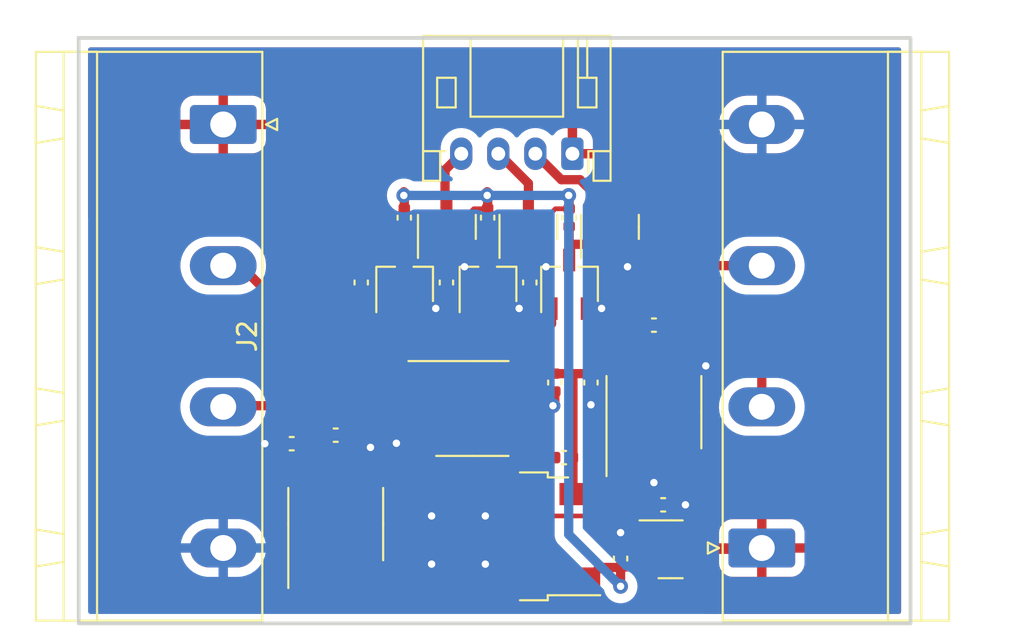
<source format=kicad_pcb>
(kicad_pcb (version 20211014) (generator pcbnew)
  (layers (0 "F.Cu" signal) (31 "B.Cu" signal) (34 "B.Paste" user) (35 "F.Paste" user) (36 "B.SilkS" user "B.Silkscreen") (37 "F.SilkS" user "F.Silkscreen") (38 "B.Mask" user) (39 "F.Mask" user) (44 "Edge.Cuts" user))
  (net 0 "")
  (net 1 "VCCQ")
  (net 2 "GND")
  (net 3 "+5V")
  (net 4 "VCC")
  (net 5 "RB")
  (net 6 "RA")
  (net 7 "TA")
  (net 8 "TB")
  (net 9 "R_OUT")
  (net 10 "G_OUT")
  (net 11 "B_OUT")
  (net 12 "Net-(Q1-Pad1)")
  (net 13 "Net-(Q2-Pad3)")
  (net 14 "Net-(Q3-Pad3)")
  (net 15 "Net-(Q6-Pad3)")
  (net 16 "R")
  (net 17 "B")
  (net 18 "G")
  (net 19 "RO")
  (net 21 "DI")
  (footprint "Capacitor_SMD:C_0402_1005Metric" (layer "F.Cu") (at 142.1 96.4 -90)
    (fp_text reference "R8" hide)
    (fp_text value "1k")
    (fp_line (start -0.107836 0.36) (end 0.107836 0.36) (layer "F.SilkS") (width 0.12))
    (fp_line (start -0.107836 -0.36) (end 0.107836 -0.36) (layer "F.SilkS") (width 0.12))
    (pad "1" smd roundrect (at -0.48 0 270) (size 0.56 0.62) (layers "F.Cu" "F.Paste" "F.Mask") (net 1 "VCCQ"))
    (pad "2" smd roundrect (at 0.48 0 270) (size 0.56 0.62) (layers "F.Cu" "F.Paste" "F.Mask") (net 18 "G"))
  )
  (footprint "Capacitor_SMD:C_0402_1005Metric" (layer "F.Cu") (at 153.8 108.4)
    (fp_text reference "R2" hide)
    (fp_text value "100k")
    (fp_line (start -0.107836 -0.36) (end 0.107836 -0.36) (layer "F.SilkS") (width 0.12))
    (fp_line (start -0.107836 0.36) (end 0.107836 0.36) (layer "F.SilkS") (width 0.12))
    (pad "1" smd roundrect (at -0.48 0) (size 0.56 0.62) (layers "F.Cu" "F.Paste" "F.Mask") (net 12 "Net-(Q1-Pad1)"))
    (pad "2" smd roundrect (at 0.48 0) (size 0.56 0.62) (layers "F.Cu" "F.Paste" "F.Mask") (net 2 "GND"))
  )
  (footprint "Capacitor_SMD:C_0402_1005Metric" (layer "F.Cu") (at 133.75 105.1 180)
    (fp_text reference "C5" hide)
    (fp_text value "100n")
    (fp_line (start -0.107836 -0.36) (end 0.107836 -0.36) (layer "F.SilkS") (width 0.12))
    (fp_line (start -0.107836 0.36) (end 0.107836 0.36) (layer "F.SilkS") (width 0.12))
    (pad "1" smd roundrect (at -0.48 0 180) (size 0.56 0.62) (layers "F.Cu" "F.Paste" "F.Mask") (net 3 "+5V"))
    (pad "2" smd roundrect (at 0.48 0 180) (size 0.56 0.62) (layers "F.Cu" "F.Paste" "F.Mask") (net 2 "GND"))
  )
  (footprint "Capacitor_SMD:C_0402_1005Metric" (layer "F.Cu") (at 144.325 92.9 -90)
    (fp_text reference "R9" hide)
    (fp_text value "1k")
    (fp_line (start -0.107836 0.36) (end 0.107836 0.36) (layer "F.SilkS") (width 0.12))
    (fp_line (start -0.107836 -0.36) (end 0.107836 -0.36) (layer "F.SilkS") (width 0.12))
    (pad "1" smd roundrect (at -0.48 0 270) (size 0.56 0.62) (layers "F.Cu" "F.Paste" "F.Mask") (net 1 "VCCQ"))
    (pad "2" smd roundrect (at 0.48 0 270) (size 0.56 0.62) (layers "F.Cu" "F.Paste" "F.Mask") (net 15 "Net-(Q6-Pad3)"))
  )
  (footprint "Package_TO_SOT_SMD:TSOT-23" (layer "F.Cu") (at 148.725 96.5 90)
    (fp_text reference "Q2" hide)
    (fp_text value "Q_NPN_BEC")
    (fp_line (start 0.95 -1.5) (end 0.95 -0.5) (layer "F.SilkS") (width 0.12))
    (fp_line (start 0.95 1.55) (end -0.9 1.55) (layer "F.SilkS") (width 0.12))
    (fp_line (start 0.95 0.5) (end 0.95 1.55) (layer "F.SilkS") (width 0.12))
    (fp_line (start 0.93 -1.51) (end -1.5 -1.51) (layer "F.SilkS") (width 0.12))
    (pad "1" smd rect (at -1.31 -0.95 90) (size 1.22 0.65) (layers "F.Cu" "F.Paste" "F.Mask") (net 16 "R"))
    (pad "2" smd rect (at -1.31 0.95 90) (size 1.22 0.65) (layers "F.Cu" "F.Paste" "F.Mask") (net 2 "GND"))
    (pad "3" smd rect (at 1.31 0 90) (size 1.22 0.65) (layers "F.Cu" "F.Paste" "F.Mask") (net 13 "Net-(Q2-Pad3)"))
  )
  (footprint "Capacitor_SMD:C_0402_1005Metric" (layer "F.Cu") (at 147.95 101.8 -90)
    (fp_text reference "C4" hide)
    (fp_text value "100n")
    (fp_line (start -0.107836 -0.36) (end 0.107836 -0.36) (layer "F.SilkS") (width 0.12))
    (fp_line (start -0.107836 0.36) (end 0.107836 0.36) (layer "F.SilkS") (width 0.12))
    (pad "1" smd roundrect (at -0.48 0 270) (size 0.56 0.62) (layers "F.Cu" "F.Paste" "F.Mask") (net 3 "+5V"))
    (pad "2" smd roundrect (at 0.48 0 270) (size 0.56 0.62) (layers "F.Cu" "F.Paste" "F.Mask") (net 2 "GND"))
  )
  (footprint "Capacitor_SMD:C_0402_1005Metric" (layer "F.Cu") (at 148.45 105.85 180)
    (fp_text reference "C3" hide)
    (fp_text value "10u")
    (fp_line (start -0.107836 0.36) (end 0.107836 0.36) (layer "F.SilkS") (width 0.12))
    (fp_line (start -0.107836 -0.36) (end 0.107836 -0.36) (layer "F.SilkS") (width 0.12))
    (pad "1" smd roundrect (at -0.48 0 180) (size 0.56 0.62) (layers "F.Cu" "F.Paste" "F.Mask") (net 3 "+5V"))
    (pad "2" smd roundrect (at 0.48 0 180) (size 0.56 0.62) (layers "F.Cu" "F.Paste" "F.Mask") (net 2 "GND"))
  )
  (footprint "Connector_JST:JST_PH_S4B-PH-K_1x04_P2.00mm_Horizontal" (layer "F.Cu") (at 148.9 89.45 180)
    (fp_text reference "J3" hide)
    (fp_text value "Conn_01x04_Female")
    (fp_line (start 7.14 0.14) (end 6.86 0.14) (layer "F.SilkS") (width 0.12))
    (fp_line (start -0.86 0.14) (end -1.14 0.14) (layer "F.SilkS") (width 0.12))
    (fp_line (start -0.86 0.14) (end -0.86 -1.075) (layer "F.SilkS") (width 0.12))
    (fp_line (start 7.3 2.5) (end 7.3 4.1) (layer "F.SilkS") (width 0.12))
    (fp_line (start -0.3 4.1) (end -0.3 2.5) (layer "F.SilkS") (width 0.12))
    (fp_line (start 7.14 -1.46) (end 7.14 0.14) (layer "F.SilkS") (width 0.12))
    (fp_line (start -0.8 4.1) (end -0.8 6.36) (layer "F.SilkS") (width 0.12))
    (fp_line (start 0.5 6.36) (end 0.5 2) (layer "F.SilkS") (width 0.12))
    (fp_line (start -0.3 2.5) (end -1.3 2.5) (layer "F.SilkS") (width 0.12))
    (fp_line (start -1.3 2.5) (end -1.3 4.1) (layer "F.SilkS") (width 0.12))
    (fp_line (start -2.06 0.14) (end -1.14 0.14) (layer "F.SilkS") (width 0.12))
    (fp_line (start 0.5 2) (end 5.5 2) (layer "F.SilkS") (width 0.12))
    (fp_line (start 5.5 2) (end 5.5 6.36) (layer "F.SilkS") (width 0.12))
    (fp_line (start -0.3 4.1) (end -0.3 6.36) (layer "F.SilkS") (width 0.12))
    (fp_line (start 8.06 6.36) (end 8.06 -1.46) (layer "F.SilkS") (width 0.12))
    (fp_line (start -1.14 -1.46) (end -2.06 -1.46) (layer "F.SilkS") (width 0.12))
    (fp_line (start -1.14 0.14) (end -1.14 -1.46) (layer "F.SilkS") (width 0.12))
    (fp_line (start -2.06 -1.46) (end -2.06 6.36) (layer "F.SilkS") (width 0.12))
    (fp_line (start -1.3 4.1) (end -0.3 4.1) (layer "F.SilkS") (width 0.12))
    (fp_line (start 8.06 0.14) (end 7.14 0.14) (layer "F.SilkS") (width 0.12))
    (fp_line (start 7.3 4.1) (end 6.3 4.1) (layer "F.SilkS") (width 0.12))
    (fp_line (start 8.06 -1.46) (end 7.14 -1.46) (layer "F.SilkS") (width 0.12))
    (fp_line (start 6.3 4.1) (end 6.3 2.5) (layer "F.SilkS") (width 0.12))
    (fp_line (start 6.3 2.5) (end 7.3 2.5) (layer "F.SilkS") (width 0.12))
    (fp_line (start -2.06 6.36) (end 8.06 6.36) (layer "F.SilkS") (width 0.12))
    (pad "1" thru_hole roundrect (at 0 0 180) (size 1.2 1.75) (drill 0.75) (layers *.Cu *.Mask) (roundrect_rratio 0.2083333333) (net 4 "VCC"))
    (pad "2" thru_hole oval (at 2 0 180) (size 1.2 1.75) (drill 0.75) (layers *.Cu *.Mask) (net 9 "R_OUT"))
    (pad "3" thru_hole oval (at 4 0 180) (size 1.2 1.75) (drill 0.75) (layers *.Cu *.Mask) (net 10 "G_OUT"))
    (pad "4" thru_hole oval (at 6 0 180) (size 1.2 1.75) (drill 0.75) (layers *.Cu *.Mask) (net 11 "B_OUT"))
  )
  (footprint "Package_TO_SOT_SMD:SOT-23" (layer "F.Cu") (at 154.2 110.8)
    (fp_text reference "Q1" hide)
    (fp_text value "AO3401A")
    (fp_line (start 0 -1.56) (end -1.675 -1.56) (layer "F.SilkS") (width 0.12))
    (fp_line (start 0 -1.56) (end 0.65 -1.56) (layer "F.SilkS") (width 0.12))
    (fp_line (start 0 1.56) (end -0.65 1.56) (layer "F.SilkS") (width 0.12))
    (fp_line (start 0 1.56) (end 0.65 1.56) (layer "F.SilkS") (width 0.12))
    (pad "1" smd roundrect (at -0.9375 -0.95) (size 1.475 0.6) (layers "F.Cu" "F.Paste" "F.Mask") (net 12 "Net-(Q1-Pad1)"))
    (pad "2" smd roundrect (at -0.9375 0.95) (size 1.475 0.6) (layers "F.Cu" "F.Paste" "F.Mask") (net 1 "VCCQ"))
    (pad "3" smd roundrect (at 0.9375 0) (size 1.475 0.6) (layers "F.Cu" "F.Paste" "F.Mask") (net 4 "VCC"))
  )
  (footprint "Capacitor_SMD:C_0402_1005Metric" (layer "F.Cu") (at 146.6 96.4 -90)
    (fp_text reference "R3" hide)
    (fp_text value "1k")
    (fp_line (start -0.107836 0.36) (end 0.107836 0.36) (layer "F.SilkS") (width 0.12))
    (fp_line (start -0.107836 -0.36) (end 0.107836 -0.36) (layer "F.SilkS") (width 0.12))
    (pad "1" smd roundrect (at -0.48 0 270) (size 0.56 0.62) (layers "F.Cu" "F.Paste" "F.Mask") (net 1 "VCCQ"))
    (pad "2" smd roundrect (at 0.48 0 270) (size 0.56 0.62) (layers "F.Cu" "F.Paste" "F.Mask") (net 16 "R"))
  )
  (footprint "Package_TO_SOT_SMD:TSOT-23" (layer "F.Cu") (at 139.825 96.5 90)
    (fp_text reference "Q3" hide)
    (fp_text value "Q_NPN_BEC")
    (fp_line (start 0.93 -1.51) (end -1.5 -1.51) (layer "F.SilkS") (width 0.12))
    (fp_line (start 0.95 -1.5) (end 0.95 -0.5) (layer "F.SilkS") (width 0.12))
    (fp_line (start 0.95 0.5) (end 0.95 1.55) (layer "F.SilkS") (width 0.12))
    (fp_line (start 0.95 1.55) (end -0.9 1.55) (layer "F.SilkS") (width 0.12))
    (pad "1" smd rect (at -1.31 -0.95 90) (size 1.22 0.65) (layers "F.Cu" "F.Paste" "F.Mask") (net 17 "B"))
    (pad "2" smd rect (at -1.31 0.95 90) (size 1.22 0.65) (layers "F.Cu" "F.Paste" "F.Mask") (net 2 "GND"))
    (pad "3" smd rect (at 1.31 0 90) (size 1.22 0.65) (layers "F.Cu" "F.Paste" "F.Mask") (net 14 "Net-(Q3-Pad3)"))
  )
  (footprint "Package_SO:SOIC-8_3.9x4.9mm_P1.27mm" (layer "F.Cu") (at 143.5 103.2)
    (fp_text reference "U3" hide)
    (fp_text value "WS2811")
    (fp_line (start 0 -2.56) (end -3.45 -2.56) (layer "F.SilkS") (width 0.12))
    (fp_line (start 0 2.56) (end 1.95 2.56) (layer "F.SilkS") (width 0.12))
    (fp_line (start 0 2.56) (end -1.95 2.56) (layer "F.SilkS") (width 0.12))
    (fp_line (start 0 -2.56) (end 1.95 -2.56) (layer "F.SilkS") (width 0.12))
    (pad "1" smd roundrect (at -2.475 -1.905) (size 1.95 0.6) (layers "F.Cu" "F.Paste" "F.Mask") (net 16 "R"))
    (pad "2" smd roundrect (at -2.475 -0.635) (size 1.95 0.6) (layers "F.Cu" "F.Paste" "F.Mask") (net 18 "G"))
    (pad "3" smd roundrect (at -2.475 0.635) (size 1.95 0.6) (layers "F.Cu" "F.Paste" "F.Mask") (net 17 "B"))
    (pad "4" smd roundrect (at -2.475 1.905) (size 1.95 0.6) (layers "F.Cu" "F.Paste" "F.Mask") (net 2 "GND"))
    (pad "5" smd roundrect (at 2.475 1.905) (size 1.95 0.6) (layers "F.Cu" "F.Paste" "F.Mask") (net 21 "DI"))
    (pad "6" smd roundrect (at 2.475 0.635) (size 1.95 0.6) (layers "F.Cu" "F.Paste" "F.Mask") (net 19 "RO"))
    (pad "7" smd roundrect (at 2.475 -0.635) (size 1.95 0.6) (layers "F.Cu" "F.Paste" "F.Mask"))
    (pad "8" smd roundrect (at 2.475 -1.905) (size 1.95 0.6) (layers "F.Cu" "F.Paste" "F.Mask") (net 3 "+5V"))
  )
  (footprint "Package_TO_SOT_SMD:TO-252-2" (layer "F.Cu") (at 145.1 110.1 180)
    (fp_text reference "U1" hide)
    (fp_text value "L7805")
    (fp_line (start -2.47 3.45) (end -2.47 3.18) (layer "F.SilkS") (width 0.12))
    (fp_line (start -2.47 3.18) (end -3.57 3.18) (layer "F.SilkS") (width 0.12))
    (fp_line (start -2.47 -3.18) (end -5.3 -3.18) (layer "F.SilkS") (width 0.12))
    (fp_line (start -2.47 -3.45) (end -2.47 -3.18) (layer "F.SilkS") (width 0.12))
    (fp_line (start -0.97 -3.45) (end -2.47 -3.45) (layer "F.SilkS") (width 0.12))
    (fp_line (start -0.97 3.45) (end -2.47 3.45) (layer "F.SilkS") (width 0.12))
    (pad "1" smd rect (at -4.2 -2.28 180) (size 2.2 1.2) (layers "F.Cu" "F.Paste" "F.Mask") (net 1 "VCCQ"))
    (pad "2" smd rect (at 2.1 0 180) (size 6.4 5.8) (layers "F.Cu" "F.Mask") (net 2 "GND"))
    (pad "3" smd rect (at -4.2 2.28 180) (size 2.2 1.2) (layers "F.Cu" "F.Paste" "F.Mask") (net 3 "+5V"))
  )
  (footprint "Capacitor_SMD:C_0402_1005Metric" (layer "F.Cu") (at 149.9 101.8 -90)
    (fp_text reference "C2" hide)
    (fp_text value "100n")
    (fp_line (start -0.107836 -0.36) (end 0.107836 -0.36) (layer "F.SilkS") (width 0.12))
    (fp_line (start -0.107836 0.36) (end 0.107836 0.36) (layer "F.SilkS") (width 0.12))
    (pad "1" smd roundrect (at -0.48 0 270) (size 0.56 0.62) (layers "F.Cu" "F.Paste" "F.Mask") (net 3 "+5V"))
    (pad "2" smd roundrect (at 0.48 0 270) (size 0.56 0.62) (layers "F.Cu" "F.Paste" "F.Mask") (net 2 "GND"))
  )
  (footprint "Package_SO:SOIC-8_3.9x4.9mm_P1.27mm" (layer "F.Cu") (at 136.125 109.44 90)
    (fp_text reference "U4" hide)
    (fp_text value "MAX485E")
    (fp_line (start 0 -2.56) (end 1.95 -2.56) (layer "F.SilkS") (width 0.12))
    (fp_line (start 0 2.56) (end 1.95 2.56) (layer "F.SilkS") (width 0.12))
    (fp_line (start 0 2.56) (end -1.95 2.56) (layer "F.SilkS") (width 0.12))
    (fp_line (start 0 -2.56) (end -3.45 -2.56) (layer "F.SilkS") (width 0.12))
    (pad "1" smd roundrect (at -2.475 -1.905 90) (size 1.95 0.6) (layers "F.Cu" "F.Paste" "F.Mask"))
    (pad "2" smd roundrect (at -2.475 -0.635 90) (size 1.95 0.6) (layers "F.Cu" "F.Paste" "F.Mask") (net 3 "+5V"))
    (pad "3" smd roundrect (at -2.475 0.635 90) (size 1.95 0.6) (layers "F.Cu" "F.Paste" "F.Mask") (net 3 "+5V"))
    (pad "4" smd roundrect (at -2.475 1.905 90) (size 1.95 0.6) (layers "F.Cu" "F.Paste" "F.Mask") (net 21 "DI"))
    (pad "5" smd roundrect (at 2.475 1.905 90) (size 1.95 0.6) (layers "F.Cu" "F.Paste" "F.Mask") (net 2 "GND"))
    (pad "6" smd roundrect (at 2.475 0.635 90) (size 1.95 0.6) (layers "F.Cu" "F.Paste" "F.Mask") (net 7 "TA"))
    (pad "7" smd roundrect (at 2.475 -0.635 90) (size 1.95 0.6) (layers "F.Cu" "F.Paste" "F.Mask") (net 8 "TB"))
    (pad "8" smd roundrect (at 2.475 -1.905 90) (size 1.95 0.6) (layers "F.Cu" "F.Paste" "F.Mask") (net 3 "+5V"))
  )
  (footprint "Package_TO_SOT_SMD:SOT-23" (layer "F.Cu") (at 146.525 93.4 90)
    (fp_text reference "Q7" hide)
    (fp_text value "AO3400A")
    (fp_line (start 0 1.56) (end 0.65 1.56) (layer "F.SilkS") (width 0.12))
    (fp_line (start 0 1.56) (end -0.65 1.56) (layer "F.SilkS") (width 0.12))
    (fp_line (start 0 -1.56) (end -1.675 -1.56) (layer "F.SilkS") (width 0.12))
    (fp_line (start 0 -1.56) (end 0.65 -1.56) (layer "F.SilkS") (width 0.12))
    (pad "1" smd roundrect (at -0.9375 -0.95 90) (size 1.475 0.6) (layers "F.Cu" "F.Paste" "F.Mask") (net 15 "Net-(Q6-Pad3)"))
    (pad "2" smd roundrect (at -0.9375 0.95 90) (size 1.475 0.6) (layers "F.Cu" "F.Paste" "F.Mask") (net 2 "GND"))
    (pad "3" smd roundrect (at 0.9375 0 90) (size 1.475 0.6) (layers "F.Cu" "F.Paste" "F.Mask") (net 10 "G_OUT"))
  )
  (footprint "Capacitor_SMD:C_0402_1005Metric" (layer "F.Cu") (at 151.5 111.3 90)
    (fp_text reference "C1" hide)
    (fp_text value "100n")
    (fp_line (start -0.107836 -0.36) (end 0.107836 -0.36) (layer "F.SilkS") (width 0.12))
    (fp_line (start -0.107836 0.36) (end 0.107836 0.36) (layer "F.SilkS") (width 0.12))
    (pad "1" smd roundrect (at -0.48 0 90) (size 0.56 0.62) (layers "F.Cu" "F.Paste" "F.Mask") (net 1 "VCCQ"))
    (pad "2" smd roundrect (at 0.48 0 90) (size 0.56 0.62) (layers "F.Cu" "F.Paste" "F.Mask") (net 2 "GND"))
  )
  (footprint "Capacitor_SMD:C_0402_1005Metric" (layer "F.Cu") (at 148.725 92.9 -90)
    (fp_text reference "R5" hide)
    (fp_text value "1k")
    (fp_line (start -0.107836 -0.36) (end 0.107836 -0.36) (layer "F.SilkS") (width 0.12))
    (fp_line (start -0.107836 0.36) (end 0.107836 0.36) (layer "F.SilkS") (width 0.12))
    (pad "1" smd roundrect (at -0.48 0 270) (size 0.56 0.62) (layers "F.Cu" "F.Paste" "F.Mask") (net 1 "VCCQ"))
    (pad "2" smd roundrect (at 0.48 0 270) (size 0.56 0.62) (layers "F.Cu" "F.Paste" "F.Mask") (net 13 "Net-(Q2-Pad3)"))
  )
  (footprint "Package_TO_SOT_SMD:TSOT-23" (layer "F.Cu") (at 144.325 96.5 90)
    (fp_text reference "Q6" hide)
    (fp_text value "Q_NPN_BEC")
    (fp_line (start 0.95 -1.5) (end 0.95 -0.5) (layer "F.SilkS") (width 0.12))
    (fp_line (start 0.95 1.55) (end -0.9 1.55) (layer "F.SilkS") (width 0.12))
    (fp_line (start 0.95 0.5) (end 0.95 1.55) (layer "F.SilkS") (width 0.12))
    (fp_line (start 0.93 -1.51) (end -1.5 -1.51) (layer "F.SilkS") (width 0.12))
    (pad "1" smd rect (at -1.31 -0.95 90) (size 1.22 0.65) (layers "F.Cu" "F.Paste" "F.Mask") (net 18 "G"))
    (pad "2" smd rect (at -1.31 0.95 90) (size 1.22 0.65) (layers "F.Cu" "F.Paste" "F.Mask") (net 2 "GND"))
    (pad "3" smd rect (at 1.31 0 90) (size 1.22 0.65) (layers "F.Cu" "F.Paste" "F.Mask") (net 15 "Net-(Q6-Pad3)"))
  )
  (footprint "Capacitor_SMD:C_0402_1005Metric" (layer "F.Cu") (at 153.3 98.7)
    (fp_text reference "R1" hide)
    (fp_text value "1k")
    (fp_line (start -0.107836 -0.36) (end 0.107836 -0.36) (layer "F.SilkS") (width 0.12))
    (fp_line (start -0.107836 0.36) (end 0.107836 0.36) (layer "F.SilkS") (width 0.12))
    (pad "1" smd roundrect (at -0.48 0) (size 0.56 0.62) (layers "F.Cu" "F.Paste" "F.Mask") (net 5 "RB"))
    (pad "2" smd roundrect (at 0.48 0) (size 0.56 0.62) (layers "F.Cu" "F.Paste" "F.Mask") (net 6 "RA"))
  )
  (footprint "Connector_Phoenix_GMSTB:PhoenixContact_GMSTBA_2,5_4-G-7,62_1x04_P7.62mm_Horizontal" (layer "F.Cu") (at 159.1225 110.73 90)
    (fp_text reference "J1" hide)
    (fp_text value "Conn_01x04_Female")
    (fp_line (start 26.78 8.61) (end -3.92 8.61) (layer "F.SilkS") (width 0.12))
    (fp_line (start 21.86 10.11) (end 23.86 10.11) (layer "F.SilkS") (width 0.12))
    (fp_line (start 8.37 8.61) (end 6.87 8.61) (layer "F.SilkS") (width 0.12))
    (fp_line (start 22.11 8.61) (end 21.86 10.11) (layer "F.SilkS") (width 0.12))
    (fp_line (start 23.61 8.61) (end 22.11 8.61) (layer "F.SilkS") (width 0.12))
    (fp_line (start -3.92 8.61) (end -3.92 6.81) (layer "F.SilkS") (width 0.12))
    (fp_line (start 8.62 10.11) (end 8.37 8.61) (layer "F.SilkS") (width 0.12))
    (fp_line (start -0.75 8.61) (end -1 10.11) (layer "F.SilkS") (width 0.12))
    (fp_line (start -0.3 -2.91) (end 0.3 -2.91) (layer "F.SilkS") (width 0.12))
    (fp_line (start 6.87 8.61) (end 6.62 10.11) (layer "F.SilkS") (width 0.12))
    (fp_line (start 23.86 10.11) (end 23.61 8.61) (layer "F.SilkS") (width 0.12))
    (fp_line (start 26.78 10.11) (end 26.78 -2.11) (layer "F.SilkS") (width 0.12))
    (fp_line (start 0 -2.31) (end -0.3 -2.91) (layer "F.SilkS") (width 0.12))
    (fp_line (start 6.62 10.11) (end 8.62 10.11) (layer "F.SilkS") (width 0.12))
    (fp_line (start 16.24 10.11) (end 15.99 8.61) (layer "F.SilkS") (width 0.12))
    (fp_line (start -3.92 -2.11) (end -3.92 10.11) (layer "F.SilkS") (width 0.12))
    (fp_line (start 0.3 -2.91) (end 0 -2.31) (layer "F.SilkS") (width 0.12))
    (fp_line (start 26.78 6.81) (end 26.78 8.61) (layer "F.SilkS") (width 0.12))
    (fp_line (start 1 10.11) (end 0.75 8.61) (layer "F.SilkS") (width 0.12))
    (fp_line (start 0.75 8.61) (end -0.75 8.61) (layer "F.SilkS") (width 0.12))
    (fp_line (start 14.24 10.11) (end 16.24 10.11) (layer "F.SilkS") (width 0.12))
    (fp_line (start -3.92 6.81) (end 26.78 6.81) (layer "F.SilkS") (width 0.12))
    (fp_line (start 26.78 -2.11) (end -3.92 -2.11) (layer "F.SilkS") (width 0.12))
    (fp_line (start 14.49 8.61) (end 14.24 10.11) (layer "F.SilkS") (width 0.12))
    (fp_line (start -1 10.11) (end 1 10.11) (layer "F.SilkS") (width 0.12))
    (fp_line (start 15.99 8.61) (end 14.49 8.61) (layer "F.SilkS") (width 0.12))
    (fp_line (start -3.92 10.11) (end 26.78 10.11) (layer "F.SilkS") (width 0.12))
    (pad "1" thru_hole roundrect (at 0 0 90) (size 2.1 3.6) (drill 1.4) (layers *.Cu *.Mask) (roundrect_rratio 0.1190480952) (net 4 "VCC"))
    (pad "2" thru_hole oval (at 7.62 0 90) (size 2.1 3.6) (drill 1.4) (layers *.Cu *.Mask) (net 6 "RA"))
    (pad "3" thru_hole oval (at 15.24 0 90) (size 2.1 3.6) (drill 1.4) (layers *.Cu *.Mask) (net 5 "RB"))
    (pad "4" thru_hole oval (at 22.86 0 90) (size 2.1 3.6) (drill 1.4) (layers *.Cu *.Mask) (net 2 "GND"))
  )
  (footprint "Capacitor_SMD:C_0402_1005Metric" (layer "F.Cu") (at 137.5 96.4 -90)
    (fp_text reference "R4" hide)
    (fp_text value "1k")
    (fp_line (start -0.107836 -0.36) (end 0.107836 -0.36) (layer "F.SilkS") (width 0.12))
    (fp_line (start -0.107836 0.36) (end 0.107836 0.36) (layer "F.SilkS") (width 0.12))
    (pad "1" smd roundrect (at -0.48 0 270) (size 0.56 0.62) (layers "F.Cu" "F.Paste" "F.Mask") (net 1 "VCCQ"))
    (pad "2" smd roundrect (at 0.48 0 270) (size 0.56 0.62) (layers "F.Cu" "F.Paste" "F.Mask") (net 17 "B"))
  )
  (footprint "Package_TO_SOT_SMD:SOT-23" (layer "F.Cu") (at 142.125 93.4 90)
    (fp_text reference "Q5" hide)
    (fp_text value "AO3400A")
    (fp_line (start 0 -1.56) (end 0.65 -1.56) (layer "F.SilkS") (width 0.12))
    (fp_line (start 0 1.56) (end -0.65 1.56) (layer "F.SilkS") (width 0.12))
    (fp_line (start 0 -1.56) (end -1.675 -1.56) (layer "F.SilkS") (width 0.12))
    (fp_line (start 0 1.56) (end 0.65 1.56) (layer "F.SilkS") (width 0.12))
    (pad "1" smd roundrect (at -0.9375 -0.95 90) (size 1.475 0.6) (layers "F.Cu" "F.Paste" "F.Mask") (net 14 "Net-(Q3-Pad3)"))
    (pad "2" smd roundrect (at -0.9375 0.95 90) (size 1.475 0.6) (layers "F.Cu" "F.Paste" "F.Mask") (net 2 "GND"))
    (pad "3" smd roundrect (at 0.9375 0 90) (size 1.475 0.6) (layers "F.Cu" "F.Paste" "F.Mask") (net 11 "B_OUT"))
  )
  (footprint "Connector_Phoenix_GMSTB:PhoenixContact_GMSTBA_2,5_4-G-7,62_1x04_P7.62mm_Horizontal" (layer "F.Cu") (at 130.0525 87.87 -90)
    (fp_text reference "J2" hide)
    (fp_text value "Conn_01x04_Female")
    (fp_text user "${REFERENCE}" (at 11.43 -1.3 90) (layer "F.SilkS"))
    (fp_line (start 6.87 8.61) (end 6.62 10.11) (layer "F.SilkS") (width 0.12))
    (fp_line (start 22.11 8.61) (end 21.86 10.11) (layer "F.SilkS") (width 0.12))
    (fp_line (start -3.92 6.81) (end 26.78 6.81) (layer "F.SilkS") (width 0.12))
    (fp_line (start 21.86 10.11) (end 23.86 10.11) (layer "F.SilkS") (width 0.12))
    (fp_line (start 0.3 -2.91) (end 0 -2.31) (layer "F.SilkS") (width 0.12))
    (fp_line (start -3.92 8.61) (end -3.92 6.81) (layer "F.SilkS") (width 0.12))
    (fp_line (start 1 10.11) (end 0.75 8.61) (layer "F.SilkS") (width 0.12))
    (fp_line (start 26.78 10.11) (end 26.78 -2.11) (layer "F.SilkS") (width 0.12))
    (fp_line (start 16.24 10.11) (end 15.99 8.61) (layer "F.SilkS") (width 0.12))
    (fp_line (start 14.24 10.11) (end 16.24 10.11) (layer "F.SilkS") (width 0.12))
    (fp_line (start -3.92 -2.11) (end -3.92 10.11) (layer "F.SilkS") (width 0.12))
    (fp_line (start 26.78 -2.11) (end -3.92 -2.11) (layer "F.SilkS") (width 0.12))
    (fp_line (start 26.78 8.61) (end -3.92 8.61) (layer "F.SilkS") (width 0.12))
    (fp_line (start -1 10.11) (end 1 10.11) (layer "F.SilkS") (width 0.12))
    (fp_line (start 14.49 8.61) (end 14.24 10.11) (layer "F.SilkS") (width 0.12))
    (fp_line (start 26.78 6.81) (end 26.78 8.61) (layer "F.SilkS") (width 0.12))
    (fp_line (start 0 -2.31) (end -0.3 -2.91) (layer "F.SilkS") (width 0.12))
    (fp_line (start 23.61 8.61) (end 22.11 8.61) (layer "F.SilkS") (width 0.12))
    (fp_line (start -3.92 10.11) (end 26.78 10.11) (layer "F.SilkS") (width 0.12))
    (fp_line (start 23.86 10.11) (end 23.61 8.61) (layer "F.SilkS") (width 0.12))
    (fp_line (start 15.99 8.61) (end 14.49 8.61) (layer "F.SilkS") (width 0.12))
    (fp_line (start 8.37 8.61) (end 6.87 8.61) (layer "F.SilkS") (width 0.12))
    (fp_line (start 6.62 10.11) (end 8.62 10.11) (layer "F.SilkS") (width 0.12))
    (fp_line (start 8.62 10.11) (end 8.37 8.61) (layer "F.SilkS") (width 0.12))
    (fp_line (start 0.75 8.61) (end -0.75 8.61) (layer "F.SilkS") (width 0.12))
    (fp_line (start -0.75 8.61) (end -1 10.11) (layer "F.SilkS") (width 0.12))
    (fp_line (start -0.3 -2.91) (end 0.3 -2.91) (layer "F.SilkS") (width 0.12))
    (pad "1" thru_hole roundrect (at 0 0 270) (size 2.1 3.6) (drill 1.4) (layers *.Cu *.Mask) (roundrect_rratio 0.1190480952) (net 4 "VCC"))
    (pad "2" thru_hole oval (at 7.62 0 270) (size 2.1 3.6) (drill 1.4) (layers *.Cu *.Mask) (net 7 "TA"))
    (pad "3" thru_hole oval (at 15.24 0 270) (size 2.1 3.6) (drill 1.4) (layers *.Cu *.Mask) (net 8 "TB"))
    (pad "4" thru_hole oval (at 22.86 0 270) (size 2.1 3.6) (drill 1.4) (layers *.Cu *.Mask) (net 2 "GND"))
  )
  (footprint "Capacitor_SMD:C_0402_1005Metric" (layer "F.Cu") (at 139.825 92.9 -90)
    (fp_text reference "R6" hide)
    (fp_text value "1k")
    (fp_line (start -0.107836 -0.36) (end 0.107836 -0.36) (layer "F.SilkS") (width 0.12))
    (fp_line (start -0.107836 0.36) (end 0.107836 0.36) (layer "F.SilkS") (width 0.12))
    (pad "1" smd roundrect (at -0.48 0 270) (size 0.56 0.62) (layers "F.Cu" "F.Paste" "F.Mask") (net 1 "VCCQ"))
    (pad "2" smd roundrect (at 0.48 0 270) (size 0.56 0.62) (layers "F.Cu" "F.Paste" "F.Mask") (net 14 "Net-(Q3-Pad3)"))
  )
  (footprint "Package_TO_SOT_SMD:SOT-23" (layer "F.Cu") (at 150.925 93.4 90)
    (fp_text reference "Q4" hide)
    (fp_text value "AO3400A")
    (fp_line (start 0 -1.56) (end -1.675 -1.56) (layer "F.SilkS") (width 0.12))
    (fp_line (start 0 1.56) (end -0.65 1.56) (layer "F.SilkS") (width 0.12))
    (fp_line (start 0 -1.56) (end 0.65 -1.56) (layer "F.SilkS") (width 0.12))
    (fp_line (start 0 1.56) (end 0.65 1.56) (layer "F.SilkS") (width 0.12))
    (pad "1" smd roundrect (at -0.9375 -0.95 90) (size 1.475 0.6) (layers "F.Cu" "F.Paste" "F.Mask") (net 13 "Net-(Q2-Pad3)"))
    (pad "2" smd roundrect (at -0.9375 0.95 90) (size 1.475 0.6) (layers "F.Cu" "F.Paste" "F.Mask") (net 2 "GND"))
    (pad "3" smd roundrect (at 0.9375 0 90) (size 1.475 0.6) (layers "F.Cu" "F.Paste" "F.Mask") (net 9 "R_OUT"))
  )
  (footprint "Capacitor_SMD:C_0402_1005Metric" (layer "F.Cu") (at 136.125 104.639999)
    (fp_text reference "R7" hide)
    (fp_text value "NC")
    (fp_line (start -0.107836 0.36) (end 0.107836 0.36) (layer "F.SilkS") (width 0.12))
    (fp_line (start -0.107836 -0.36) (end 0.107836 -0.36) (layer "F.SilkS") (width 0.12))
    (pad "1" smd roundrect (at -0.48 0) (size 0.56 0.62) (layers "F.Cu" "F.Paste" "F.Mask") (net 8 "TB"))
    (pad "2" smd roundrect (at 0.48 0) (size 0.56 0.62) (layers "F.Cu" "F.Paste" "F.Mask") (net 7 "TA"))
  )
  (footprint "Package_SO:SOIC-8_3.9x4.9mm_P1.27mm" (layer "F.Cu") (at 153.3 103.4 90)
    (fp_text reference "U2" hide)
    (fp_text value "MAX485E")
    (fp_line (start 0 2.56) (end -1.95 2.56) (layer "F.SilkS") (width 0.12))
    (fp_line (start 0 -2.56) (end 1.95 -2.56) (layer "F.SilkS") (width 0.12))
    (fp_line (start 0 -2.56) (end -3.45 -2.56) (layer "F.SilkS") (width 0.12))
    (fp_line (start 0 2.56) (end 1.95 2.56) (layer "F.SilkS") (width 0.12))
    (pad "1" smd roundrect (at -2.475 -1.905 90) (size 1.95 0.6) (layers "F.Cu" "F.Paste" "F.Mask") (net 19 "RO"))
    (pad "2" smd roundrect (at -2.475 -0.635 90) (size 1.95 0.6) (layers "F.Cu" "F.Paste" "F.Mask") (net 2 "GND"))
    (pad "3" smd roundrect (at -2.475 0.635 90) (size 1.95 0.6) (layers "F.Cu" "F.Paste" "F.Mask") (net 2 "GND"))
    (pad "4" smd roundrect (at -2.475 1.905 90) (size 1.95 0.6) (layers "F.Cu" "F.Paste" "F.Mask"))
    (pad "5" smd roundrect (at 2.475 1.905 90) (size 1.95 0.6) (layers "F.Cu" "F.Paste" "F.Mask") (net 2 "GND"))
    (pad "6" smd roundrect (at 2.475 0.635 90) (size 1.95 0.6) (layers "F.Cu" "F.Paste" "F.Mask") (net 6 "RA"))
    (pad "7" smd roundrect (at 2.475 -0.635 90) (size 1.95 0.6) (layers "F.Cu" "F.Paste" "F.Mask") (net 5 "RB"))
    (pad "8" smd roundrect (at 2.475 -1.905 90) (size 1.95 0.6) (layers "F.Cu" "F.Paste" "F.Mask") (net 3 "+5V"))
  )
  (gr_rect (start 122.25 83.2) (end 167.15 114.8) (layer "Edge.Cuts") (width 0.2) (fill none))
  (segment (start 143.581099 92.42) (end 144.325 92.42) (width 0.254) (layer "F.Cu") (net 1))
  (segment (start 146.6 93.8) (end 147.98 92.42) (width 0.254) (layer "F.Cu") (net 1))
  (segment (start 137.5 94.735242) (end 139.815242 92.42) (width 0.254) (layer "F.Cu") (net 1))
  (segment (start 144.325 92.42) (end 144.325 91.525) (width 0.5) (layer "F.Cu") (net 1))
  (segment (start 139.825 92.42) (end 139.825 91.525) (width 0.5) (layer "F.Cu") (net 1))
  (segment (start 139.815242 92.42) (end 139.825 92.42) (width 0.254) (layer "F.Cu") (net 1))
  (segment (start 139.825 91.525) (end 139.8 91.5) (width 0.5) (layer "F.Cu") (net 1))
  (segment (start 147.98 92.42) (end 148.725 92.42) (width 0.254) (layer "F.Cu") (net 1))
  (segment (start 142.1 95.92) (end 142.1 93.901099) (width 0.254) (layer "F.Cu") (net 1))
  (segment (start 144.325 91.525) (end 144.3 91.5) (width 0.5) (layer "F.Cu") (net 1))
  (segment (start 151.5 111.78) (end 151.5 112.8) (width 0.5) (layer "F.Cu") (net 1))
  (segment (start 148.725 91.725) (end 148.7 91.7) (width 0.5) (layer "F.Cu") (net 1))
  (segment (start 142.1 93.901099) (end 143.581099 92.42) (width 0.254) (layer "F.Cu") (net 1))
  (segment (start 148.725 92.42) (end 148.725 91.725) (width 0.5) (layer "F.Cu") (net 1))
  (segment (start 149.3 112.38) (end 149.78 112.38) (width 0.5) (layer "F.Cu") (net 1))
  (segment (start 153.2625 111.75) (end 151.53 111.75) (width 0.5) (layer "F.Cu") (net 1))
  (segment (start 146.6 95.92) (end 146.6 93.8) (width 0.254) (layer "F.Cu") (net 1))
  (segment (start 151.5 111.78) (end 150.38 111.78) (width 0.5) (layer "F.Cu") (net 1))
  (segment (start 137.5 95.92) (end 137.5 94.735242) (width 0.254) (layer "F.Cu") (net 1))
  (segment (start 149.78 112.38) (end 150.38 111.78) (width 0.5) (layer "F.Cu") (net 1))
  (segment (start 151.53 111.75) (end 151.5 111.78) (width 0.5) (layer "F.Cu") (net 1))
  (via (at 148.7 91.7) (size 0.8) (drill 0.4) (layers "F.Cu" "B.Cu") (net 1))
  (via (at 151.5 112.8) (size 0.8) (drill 0.4) (layers "F.Cu" "B.Cu") (net 1))
  (via (at 144.3 91.7) (size 0.8) (drill 0.4) (layers "F.Cu" "B.Cu") (net 1))
  (via (at 139.8 91.7) (size 0.8) (drill 0.4) (layers "F.Cu" "B.Cu") (net 1))
  (segment (start 151.5 112.8) (end 148.7 110) (width 0.5) (layer "B.Cu") (net 1))
  (segment (start 148.7 110) (end 148.7 91.7) (width 0.5) (layer "B.Cu") (net 1))
  (segment (start 139.8 91.7) (end 148.7 91.7) (width 0.5) (layer "B.Cu") (net 1))
  (segment (start 149.9 102.28) (end 149.9 103) (width 0.5) (layer "F.Cu") (net 2))
  (segment (start 141.515 97.81) (end 141.525 97.8) (width 0.5) (layer "F.Cu") (net 2))
  (segment (start 145.275 97.81) (end 146.015 97.81) (width 0.5) (layer "F.Cu") (net 2))
  (segment (start 154.28 108.4) (end 155 108.4) (width 0.254) (layer "F.Cu") (net 2))
  (segment (start 143.075 94.3375) (end 143.075 95.55) (width 0.5) (layer "F.Cu") (net 2))
  (segment (start 156.075 100.925) (end 156.1 100.9) (width 0.254) (layer "F.Cu") (net 2))
  (segment (start 150.465 97.81) (end 150.475 97.8) (width 0.5) (layer "F.Cu") (net 2))
  (segment (start 153.935 106.565) (end 153.935 105.875) (width 0.25) (layer "F.Cu") (net 2))
  (segment (start 146.015 97.81) (end 146.025 97.8) (width 0.5) (layer "F.Cu") (net 2))
  (segment (start 151.5 110.82) (end 151.5 109.9) (width 0.5) (layer "F.Cu") (net 2))
  (segment (start 151.925 95.6) (end 151.875 95.55) (width 0.5) (layer "F.Cu") (net 2))
  (segment (start 133.27 105.1) (end 132.3 105.1) (width 0.5) (layer "F.Cu") (net 2))
  (segment (start 140.995989 105.075989) (end 139.4 105.075989) (width 0.5) (layer "F.Cu") (net 2))
  (segment (start 147.95 102.28) (end 147.95 102.9505) (width 0.5) (layer "F.Cu") (net 2))
  (segment (start 149.675 97.81) (end 150.465 97.81) (width 0.5) (layer "F.Cu") (net 2))
  (segment (start 152.665 105.875) (end 152.665 106.565) (width 0.25) (layer "F.Cu") (net 2))
  (segment (start 152.665 106.565) (end 153.3 107.2) (width 0.25) (layer "F.Cu") (net 2))
  (segment (start 151.875 94.3375) (end 151.875 95.55) (width 0.5) (layer "F.Cu") (net 2))
  (segment (start 147.95 102.9505) (end 147.8505 103.05) (width 0.5) (layer "F.Cu") (net 2))
  (segment (start 155.205 100.925) (end 156.075 100.925) (width 0.254) (layer "F.Cu") (net 2))
  (segment (start 138.03 105.33) (end 138 105.3) (width 0.5) (layer "F.Cu") (net 2))
  (segment (start 141.025 105.105) (end 140.995989 105.075989) (width 0.5) (layer "F.Cu") (net 2))
  (segment (start 140.775 97.81) (end 141.515 97.81) (width 0.5) (layer "F.Cu") (net 2))
  (segment (start 153.3 107.2) (end 153.935 106.565) (width 0.25) (layer "F.Cu") (net 2))
  (segment (start 138.03 106.965) (end 138.03 105.33) (width 0.5) (layer "F.Cu") (net 2))
  (segment (start 147.475 94.3375) (end 147.475 95.55) (width 0.5) (layer "F.Cu") (net 2))
  (via (at 151.5 109.9) (size 0.8) (drill 0.4) (layers "F.Cu" "B.Cu") (net 2))
  (via (at 150.475 97.8) (size 0.8) (drill 0.4) (layers "F.Cu" "B.Cu") (net 2))
  (via (at 141.3 111.6) (size 0.8) (drill 0.4) (layers "F.Cu" "B.Cu") (net 2))
  (via (at 149.9 103) (size 0.8) (drill 0.4) (layers "F.Cu" "B.Cu") (net 2))
  (via (at 144.2 109) (size 0.8) (drill 0.4) (layers "F.Cu" "B.Cu") (net 2))
  (via (at 138 105.3) (size 0.8) (drill 0.4) (layers "F.Cu" "B.Cu") (net 2))
  (via (at 156.1 100.9) (size 0.8) (drill 0.4) (layers "F.Cu" "B.Cu") (net 2))
  (via (at 147.8505 103.05) (size 0.8) (drill 0.4) (layers "F.Cu" "B.Cu") (net 2))
  (via (at 151.875 95.55) (size 0.8) (drill 0.4) (layers "F.Cu" "B.Cu") (net 2))
  (via (at 147.475 95.55) (size 0.8) (drill 0.4) (layers "F.Cu" "B.Cu") (net 2))
  (via (at 143.075 95.55) (size 0.8) (drill 0.4) (layers "F.Cu" "B.Cu") (net 2))
  (via (at 153.3 107.2) (size 0.8) (drill 0.4) (layers "F.Cu" "B.Cu") (net 2))
  (via (at 155 108.4) (size 0.8) (drill 0.4) (layers "F.Cu" "B.Cu") (net 2))
  (via (at 144.2 111.6) (size 0.8) (drill 0.4) (layers "F.Cu" "B.Cu") (net 2))
  (via (at 132.3 105.1) (size 0.8) (drill 0.4) (layers "F.Cu" "B.Cu") (net 2))
  (via (at 146.025 97.8) (size 0.8) (drill 0.4) (layers "F.Cu" "B.Cu") (net 2))
  (via (at 141.525 97.8) (size 0.8) (drill 0.4) (layers "F.Cu" "B.Cu") (net 2))
  (via (at 139.4 105.075989) (size 0.8) (drill 0.4) (layers "F.Cu" "B.Cu") (net 2))
  (via (at 141.3 109) (size 0.8) (drill 0.4) (layers "F.Cu" "B.Cu") (net 2))
  (segment (start 147.925 101.295) (end 147.95 101.32) (width 0.5) (layer "F.Cu") (net 3))
  (segment (start 135.49 110.49) (end 135.49 111.915) (width 0.5) (layer "F.Cu") (net 3))
  (segment (start 134.23 105.1) (end 134.23 106.955) (width 0.5) (layer "F.Cu") (net 3))
  (segment (start 143.2 103.1) (end 143.2 105.5) (width 0.5) (layer "F.Cu") (net 3))
  (segment (start 145.005 101.295) (end 143.2 103.1) (width 0.5) (layer "F.Cu") (net 3))
  (segment (start 148.93 107.58) (end 148.93 105.85) (width 0.5) (layer "F.Cu") (net 3))
  (segment (start 148.82 101.32) (end 147.95 101.32) (width 0.5) (layer "F.Cu") (net 3))
  (segment (start 142.774511 105.925489) (end 139.613008 105.925489) (width 0.5) (layer "F.Cu") (net 3))
  (segment (start 134.22 108.42) (end 135.3 109.5) (width 0.5) (layer "F.Cu") (net 3))
  (segment (start 148.93 101.43) (end 148.82 101.32) (width 0.5) (layer "F.Cu") (net 3))
  (segment (start 148.93 105.85) (end 148.93 101.43) (width 0.5) (layer "F.Cu") (net 3))
  (segment (start 134.23 106.955) (end 134.22 106.965) (width 0.5) (layer "F.Cu") (net 3))
  (segment (start 149.3 107.82) (end 149.17 107.82) (width 0.5) (layer "F.Cu") (net 3))
  (segment (start 148.82 101.32) (end 149.9 101.32) (width 0.5) (layer "F.Cu") (net 3))
  (segment (start 137.81 109.69) (end 136.31 109.69) (width 0.5) (layer "F.Cu") (net 3))
  (segment (start 135.49 110.49) (end 135.51 110.49) (width 0.5) (layer "F.Cu") (net 3))
  (segment (start 138.825489 108.674511) (end 137.81 109.69) (width 0.5) (layer "F.Cu") (net 3))
  (segment (start 138.825489 106.713008) (end 138.825489 108.674511) (width 0.5) (layer "F.Cu") (net 3))
  (segment (start 149.17 107.82) (end 148.93 107.58) (width 0.5) (layer "F.Cu") (net 3))
  (segment (start 135.51 110.49) (end 136.31 109.69) (width 0.5) (layer "F.Cu") (net 3))
  (segment (start 145.975 101.295) (end 145.005 101.295) (width 0.5) (layer "F.Cu") (net 3))
  (segment (start 145.975 101.295) (end 147.925 101.295) (width 0.5) (layer "F.Cu") (net 3))
  (segment (start 135.49 109.69) (end 135.49 110.49) (width 0.5) (layer "F.Cu") (net 3))
  (segment (start 135.49 111.915) (end 136.76 111.915) (width 0.5) (layer "F.Cu") (net 3))
  (segment (start 134.22 106.965) (end 134.22 108.42) (width 0.5) (layer "F.Cu") (net 3))
  (segment (start 135.3 109.5) (end 135.49 109.69) (width 0.5) (layer "F.Cu") (net 3))
  (segment (start 149.9 101.32) (end 151 101.32) (width 0.5) (layer "F.Cu") (net 3))
  (segment (start 151 101.32) (end 151.395 100.925) (width 0.5) (layer "F.Cu") (net 3))
  (segment (start 143.2 105.5) (end 142.774511 105.925489) (width 0.5) (layer "F.Cu") (net 3))
  (segment (start 136.31 109.69) (end 135.49 109.69) (width 0.5) (layer "F.Cu") (net 3))
  (segment (start 139.613008 105.925489) (end 138.825489 106.713008) (width 0.5) (layer "F.Cu") (net 3))
  (segment (start 155.1375 110.8) (end 159.0525 110.8) (width 0.5) (layer "F.Cu") (net 4))
  (segment (start 159.0525 110.8) (end 159.1225 110.73) (width 0.5) (layer "F.Cu") (net 4))
  (segment (start 155.21 95.49) (end 159.1225 95.49) (width 0.5) (layer "F.Cu") (net 5))
  (segment (start 152.665 100.925) (end 152.665 98.035) (width 0.5) (layer "F.Cu") (net 5))
  (segment (start 152.665 98.035) (end 155.21 95.49) (width 0.5) (layer "F.Cu") (net 5))
  (segment (start 159.1225 103.11) (end 159.1225 101.4225) (width 0.5) (layer "F.Cu") (net 6))
  (segment (start 159.1225 101.4225) (end 156.4 98.7) (width 0.5) (layer "F.Cu") (net 6))
  (segment (start 156.4 98.7) (end 153.78 98.7) (width 0.5) (layer "F.Cu") (net 6))
  (segment (start 153.935 100.925) (end 153.935 98.855) (width 0.5) (layer "F.Cu") (net 6))
  (segment (start 153.935 98.855) (end 153.78 98.7) (width 0.5) (layer "F.Cu") (net 6))
  (segment (start 136.76 106.965) (end 136.76 103.565) (width 0.5) (layer "F.Cu") (net 7))
  (segment (start 130.0525 95.49) (end 130.99 95.49) (width 0.5) (layer "F.Cu") (net 7))
  (segment (start 136.8 101.3) (end 136.8 104.444999) (width 0.5) (layer "F.Cu") (net 7))
  (segment (start 136.8 104.444999) (end 136.605 104.639999) (width 0.5) (layer "F.Cu") (net 7))
  (segment (start 130.99 95.49) (end 136.8 101.3) (width 0.5) (layer "F.Cu") (net 7))
  (segment (start 135.49 104.794999) (end 135.645 104.639999) (width 0.5) (layer "F.Cu") (net 8))
  (segment (start 135.49 106.965) (end 135.49 104.794999) (width 0.5) (layer "F.Cu") (net 8))
  (segment (start 134.055001 103.05) (end 135.645 104.639999) (width 0.5) (layer "F.Cu") (net 8))
  (segment (start 128.625 103.05) (end 134.055001 103.05) (width 0.5) (layer "F.Cu") (net 8))
  (segment (start 148.300499 90.850499) (end 149.312999 90.850499) (width 0.5) (layer "F.Cu") (net 9))
  (segment (start 149.312999 90.850499) (end 150.925 92.4625) (width 0.5) (layer "F.Cu") (net 9))
  (segment (start 146.9 89.45) (end 148.300499 90.850499) (width 0.5) (layer "F.Cu") (net 9))
  (segment (start 146.525 91.05) (end 146.525 92.4625) (width 0.5) (layer "F.Cu") (net 10))
  (segment (start 144.925 89.45) (end 146.525 91.05) (width 0.5) (layer "F.Cu") (net 10))
  (segment (start 144.9 89.45) (end 144.925 89.45) (width 0.5) (layer "F.Cu") (net 10))
  (segment (start 142.9 89.45) (end 142.025 90.325) (width 0.5) (layer "F.Cu") (net 11))
  (segment (start 142.025 92.3625) (end 142.125 92.4625) (width 0.5) (layer "F.Cu") (net 11))
  (segment (start 142.025 90.325) (end 142.025 92.3625) (width 0.5) (layer "F.Cu") (net 11))
  (segment (start 153.32 108.4) (end 153.32 109.7925) (width 0.254) (layer "F.Cu") (net 12))
  (segment (start 153.32 109.7925) (end 153.2625 109.85) (width 0.254) (layer "F.Cu") (net 12))
  (segment (start 148.8625 94.3375) (end 148.725 94.475) (width 0.5) (layer "F.Cu") (net 13))
  (segment (start 148.725 94.475) (end 148.725 95.19) (width 0.5) (layer "F.Cu") (net 13))
  (segment (start 148.725 93.38) (end 148.725 94.475) (width 0.5) (layer "F.Cu") (net 13))
  (segment (start 149.975 94.3375) (end 148.8625 94.3375) (width 0.5) (layer "F.Cu") (net 13))
  (segment (start 139.825 94.125) (end 139.825 95.19) (width 0.5) (layer "F.Cu") (net 14))
  (segment (start 139.825 93.38) (end 139.825 94.125) (width 0.5) (layer "F.Cu") (net 14))
  (segment (start 140.0375 94.3375) (end 139.825 94.125) (width 0.5) (layer "F.Cu") (net 14))
  (segment (start 141.175 94.3375) (end 140.0375 94.3375) (width 0.5) (layer "F.Cu") (net 14))
  (segment (start 145.575 94.3375) (end 144.3375 94.3375) (width 0.5) (layer "F.Cu") (net 15))
  (segment (start 144.325 93.38) (end 144.325 94.325) (width 0.5) (layer "F.Cu") (net 15))
  (segment (start 144.325 94.325) (end 144.325 95.19) (width 0.5) (layer "F.Cu") (net 15))
  (segment (start 144.3375 94.3375) (end 144.325 94.325) (width 0.5) (layer "F.Cu") (net 15))
  (segment (start 146.845 96.88) (end 147.775 97.81) (width 0.5) (layer "F.Cu") (net 16))
  (segment (start 147.775 98.625) (end 146.7 99.7) (width 0.5) (layer "F.Cu") (net 16))
  (segment (start 147.775 97.81) (end 147.775 98.625) (width 0.5) (layer "F.Cu") (net 16))
  (segment (start 141.705 101.295) (end 141.025 101.295) (width 0.5) (layer "F.Cu") (net 16))
  (segment (start 143.3 99.7) (end 141.705 101.295) (width 0.5) (layer "F.Cu") (net 16))
  (segment (start 146.7 99.7) (end 143.3 99.7) (width 0.5) (layer "F.Cu") (net 16))
  (segment (start 146.6 96.88) (end 146.845 96.88) (width 0.5) (layer "F.Cu") (net 16))
  (segment (start 137.945 96.88) (end 138.875 97.81) (width 0.5) (layer "F.Cu") (net 17))
  (segment (start 139.785 103.835) (end 141.025 103.835) (width 0.5) (layer "F.Cu") (net 17))
  (segment (start 137.5 96.88) (end 137.945 96.88) (width 0.5) (layer "F.Cu") (net 17))
  (segment (start 138.875 102.925) (end 139.785 103.835) (width 0.5) (layer "F.Cu") (net 17))
  (segment (start 138.875 97.81) (end 138.875 102.925) (width 0.5) (layer "F.Cu") (net 17))
  (segment (start 140.6 99.3) (end 139.6 100.3) (width 0.5) (layer "F.Cu") (net 18))
  (segment (start 143.375 98.125) (end 142.2 99.3) (width 0.5) (layer "F.Cu") (net 18))
  (segment (start 142.1 96.88) (end 142.445 96.88) (width 0.5) (layer "F.Cu") (net 18))
  (segment (start 140.165 102.565) (end 141.025 102.565) (width 0.5) (layer "F.Cu") (net 18))
  (segment (start 142.445 96.88) (end 143.375 97.81) (width 0.5) (layer "F.Cu") (net 18))
  (segment (start 139.6 100.3) (end 139.6 102) (width 0.5) (layer "F.Cu") (net 18))
  (segment (start 142.2 99.3) (end 140.6 99.3) (width 0.5) (layer "F.Cu") (net 18))
  (segment (start 139.6 102) (end 140.165 102.565) (width 0.5) (layer "F.Cu") (net 18))
  (segment (start 143.375 97.81) (end 143.375 98.125) (width 0.5) (layer "F.Cu") (net 18))
  (segment (start 146.635 103.835) (end 145.975 103.835) (width 0.25) (layer "F.Cu") (net 19))
  (segment (start 151.395 105.875) (end 151.395 108.305) (width 0.25) (layer "F.Cu") (net 19))
  (segment (start 150.7 109) (end 147.9 109) (width 0.25) (layer "F.Cu") (net 19))
  (segment (start 147.27452 108.37452) (end 147.27452 104.47452) (width 0.25) (layer "F.Cu") (net 19))
  (segment (start 147.9 109) (end 147.27452 108.37452) (width 0.25) (layer "F.Cu") (net 19))
  (segment (start 147.27452 104.47452) (end 146.635 103.835) (width 0.25) (layer "F.Cu") (net 19))
  (segment (start 151.395 108.305) (end 150.7 109) (width 0.25) (layer "F.Cu") (net 19))
  (segment (start 143.8 106.6) (end 139.9 106.6) (width 0.25) (layer "F.Cu") (net 21))
  (segment (start 145.295 105.105) (end 143.8 106.6) (width 0.25) (layer "F.Cu") (net 21))
  (segment (start 139.4 110.545) (end 138.03 111.915) (width 0.25) (layer "F.Cu") (net 21))
  (segment (start 139.9 106.6) (end 139.4 107.1) (width 0.25) (layer "F.Cu") (net 21))
  (segment (start 139.4 107.1) (end 139.4 110.545) (width 0.25) (layer "F.Cu") (net 21))
  (segment (start 145.975 105.105) (end 145.295 105.105) (width 0.25) (layer "F.Cu") (net 21))
  (zone (net 4) (net_name "VCC") (layer "F.Cu") (name "VCCQ") (connect_pads (clearance 0.508)) (min_thickness 0.254) (fill yes (thermal_gap 0.508) (thermal_bridge_width 0.508))
    (polygon (pts (xy 173.3 114.9) (xy 156 114.9) (xy 156 106) (xy 161 106) (xy 163 104) (xy 163 94) (xy 160 91) (xy 156 91) (xy 148 91) (xy 148 88) (xy 140 88) (xy 134 93) (xy 121 93) (xy 121 83) (xy 173.3 83)))
  )
  (zone (net 2) (net_name "GND") (layer "B.Cu") (name "GND") (priority 1) (connect_pads (clearance 0.508)) (min_thickness 0.254) (fill yes (thermal_gap 0.508) (thermal_bridge_width 0.508))
    (polygon (pts (xy 168.3 114.7) (xy 121.3 114.7) (xy 121.3 83.1) (xy 168.3 83.1)))
  )
)
</source>
